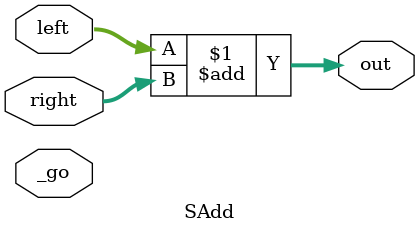
<source format=sv>
module NegConst #(
  parameter WIDTH = 32,
  parameter VALUE = 0
) (
  input logic _go,
  output logic signed [WIDTH-1:0] out
);
  assign out = -VALUE;
endmodule

module SAdd #(
  parameter WIDTH = 32
) (
  input logic _go,
  input logic signed [WIDTH-1:0] left,
  input logic signed [WIDTH-1:0] right,
  output logic signed [WIDTH-1:0] out
);
  assign out = left + right;
endmodule
</source>
